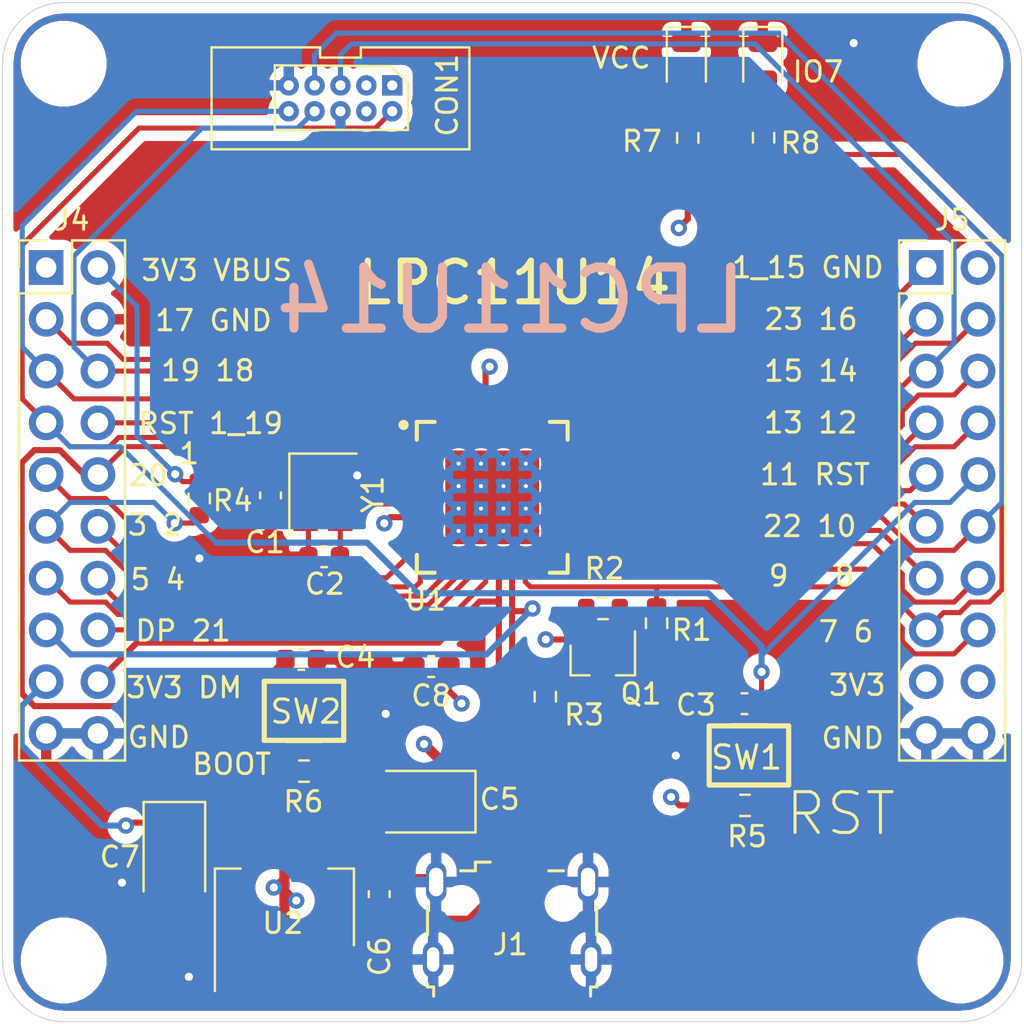
<source format=kicad_pcb>
(kicad_pcb (version 20171130) (host pcbnew "(5.1.12-1-10_14)")
  (layers (0 F.Cu signal) (1 GND signal) (2 PWR signal) (31 B.Cu signal) (34 B.Paste user) (35 F.Paste user) (36 B.SilkS user) (37 F.SilkS user) (38 B.Mask user) (39 F.Mask user) (44 Edge.Cuts user))
  (net 0 "")
  (net 1 PIO0_19)
  (net 2 PIO0_18)
  (net 3 PIO0_17)
  (net 4 PIO0_23)
  (net 5 PIO0_16)
  (net 6 PIO0_15)
  (net 7 PIO0_14)
  (net 8 PIO0_13)
  (net 9 PIO0_12)
  (net 10 PIO0_11)
  (net 11 PIO0_22)
  (net 12 PIO0_10)
  (net 13 PIO0_9)
  (net 14 PIO0_8)
  (net 15 PIO0_7)
  (net 16 PIO0_6)
  (net 17 USB_DP)
  (net 18 USB_DM)
  (net 19 PIO0_5)
  (net 20 PIO0_4)
  (net 21 PIO0_3)
  (net 22 PIO0_2)
  (net 23 PIO0_20)
  (net 24 PIO0_1)
  (net 25 PIO0_0)
  (net 26 PIO1_19)
  (net 27 GND)
  (net 28 +3V3)
  (net 29 VBUS)
  (net 30 "Net-(Q1-Pad1)")
  (net 31 "Net-(Q1-Pad3)")
  (net 32 "Net-(C1-Pad2)")
  (net 33 "Net-(C2-Pad2)")
  (net 34 "Net-(D1-Pad2)")
  (net 35 "Net-(D2-Pad2)")
  (net 36 PIO1_15)
  (net 37 PIO0_21)
  (module mybays_connector:USB_Micro-B_Wuerth_629105150521_CircularHoles (layer F.Cu) (at 125 105)
    (fp_text reference J1 (at -0.09 1.22) (layer F.SilkS))
    (fp_text value microusb)
    (pad "" np_thru_hole circle (at 2.5 -0.8) (size 0.8 0.8) (drill 0.8) (layers *.Cu *.Mask))
    (pad "" np_thru_hole circle (at -2.5 -0.8) (size 0.8 0.8) (drill 0.8) (layers *.Cu *.Mask))
    (pad 0 thru_hole oval (at 3.875 1.95) (size 1 1.8) (drill oval 0.6 1.2) (layers *.Cu *.Mask) (net 27 GND))
    (pad 0 thru_hole oval (at -3.875 1.95) (size 1 1.8) (drill oval 0.6 1.2) (layers *.Cu *.Mask) (net 27 GND))
    (pad 0 thru_hole oval (at 3.725 -1.85) (size 1 2) (drill oval 0.7 1.4) (layers *.Cu *.Mask) (net 27 GND))
    (pad 0 thru_hole oval (at -3.725 -1.85) (size 1 2) (drill oval 0.7 1.4) (layers *.Cu *.Mask) (net 27 GND))
    (pad 5 smd rect (at 1.3 -1.9) (size 0.45 1.3) (layers F.Cu F.Paste F.Mask) (net 27 GND))
    (pad 4 smd rect (at 0.65 -1.9) (size 0.45 1.3) (layers F.Cu F.Paste F.Mask))
    (pad 3 smd rect (at 0 -1.9) (size 0.45 1.3) (layers F.Cu F.Paste F.Mask) (net 17 USB_DP))
    (pad 2 smd rect (at -0.65 -1.9) (size 0.45 1.3) (layers F.Cu F.Paste F.Mask) (net 18 USB_DM))
    (pad 1 smd rect (at -1.3 -1.9) (size 0.45 1.3) (layers F.Cu F.Paste F.Mask) (net 29 VBUS))
  )
  (module MountingHole:MountingHole_3.2mm_M3_ISO7380 (layer F.Cu) (at 147 107)
    (fp_text reference H4 (at 0.07 0.03) (layer F.SilkS))
    (fp_text value MountingHole)
    (pad 1 np_thru_hole circle (at 0 0) (size 3.2 3.2) (drill 3.2) (layers *.Cu *.Mask))
  )
  (module MountingHole:MountingHole_3.2mm_M3_ISO7380 (layer F.Cu) (at 147 63)
    (fp_text reference H3 (at -0.05 0) (layer F.SilkS))
    (fp_text value MountingHole)
    (pad 1 np_thru_hole circle (at 0 0) (size 3.2 3.2) (drill 3.2) (layers *.Cu *.Mask))
  )
  (module MountingHole:MountingHole_3.2mm_M3_ISO7380 (layer F.Cu) (at 103 107)
    (fp_text reference H2 (at -0.03 0.13) (layer F.SilkS))
    (fp_text value MountingHole)
    (pad 1 np_thru_hole circle (at 0 0) (size 3.2 3.2) (drill 3.2) (layers *.Cu *.Mask))
  )
  (module MountingHole:MountingHole_3.2mm_M3_ISO7380 (layer F.Cu) (at 103 63)
    (fp_text reference H1 (at -0.05 0.1) (layer F.SilkS))
    (fp_text value MountingHole)
    (pad 1 np_thru_hole circle (at 0 0) (size 3.2 3.2) (drill 3.2) (layers *.Cu *.Mask))
  )
  (module Connector_PinHeader_2.54mm:PinHeader_2x10_P2.54mm_Vertical (layer F.Cu) (at 145.32 73)
    (fp_text reference J5 (at 1.27 -2.33) (layer F.SilkS))
    (fp_text value Conn_02x10_Odd_Even)
    (pad 20 thru_hole oval (at 2.54 22.86) (size 1.7 1.7) (drill 1) (layers *.Cu *.Mask) (net 27 GND))
    (pad 19 thru_hole oval (at 0 22.86) (size 1.7 1.7) (drill 1) (layers *.Cu *.Mask) (net 27 GND))
    (pad 18 thru_hole oval (at 2.54 20.32) (size 1.7 1.7) (drill 1) (layers *.Cu *.Mask) (net 28 +3V3))
    (pad 17 thru_hole oval (at 0 20.32) (size 1.7 1.7) (drill 1) (layers *.Cu *.Mask) (net 28 +3V3))
    (pad 16 thru_hole oval (at 2.54 17.78) (size 1.7 1.7) (drill 1) (layers *.Cu *.Mask) (net 16 PIO0_6))
    (pad 15 thru_hole oval (at 0 17.78) (size 1.7 1.7) (drill 1) (layers *.Cu *.Mask) (net 15 PIO0_7))
    (pad 14 thru_hole oval (at 2.54 15.24) (size 1.7 1.7) (drill 1) (layers *.Cu *.Mask) (net 14 PIO0_8))
    (pad 13 thru_hole oval (at 0 15.24) (size 1.7 1.7) (drill 1) (layers *.Cu *.Mask) (net 13 PIO0_9))
    (pad 12 thru_hole oval (at 2.54 12.7) (size 1.7 1.7) (drill 1) (layers *.Cu *.Mask) (net 12 PIO0_10))
    (pad 11 thru_hole oval (at 0 12.7) (size 1.7 1.7) (drill 1) (layers *.Cu *.Mask) (net 11 PIO0_22))
    (pad 10 thru_hole oval (at 2.54 10.16) (size 1.7 1.7) (drill 1) (layers *.Cu *.Mask) (net 25 PIO0_0))
    (pad 9 thru_hole oval (at 0 10.16) (size 1.7 1.7) (drill 1) (layers *.Cu *.Mask) (net 10 PIO0_11))
    (pad 8 thru_hole oval (at 2.54 7.62) (size 1.7 1.7) (drill 1) (layers *.Cu *.Mask) (net 9 PIO0_12))
    (pad 7 thru_hole oval (at 0 7.62) (size 1.7 1.7) (drill 1) (layers *.Cu *.Mask) (net 8 PIO0_13))
    (pad 6 thru_hole oval (at 2.54 5.08) (size 1.7 1.7) (drill 1) (layers *.Cu *.Mask) (net 7 PIO0_14))
    (pad 5 thru_hole oval (at 0 5.08) (size 1.7 1.7) (drill 1) (layers *.Cu *.Mask) (net 6 PIO0_15))
    (pad 4 thru_hole oval (at 2.54 2.54) (size 1.7 1.7) (drill 1) (layers *.Cu *.Mask) (net 5 PIO0_16))
    (pad 3 thru_hole oval (at 0 2.54) (size 1.7 1.7) (drill 1) (layers *.Cu *.Mask) (net 4 PIO0_23))
    (pad 2 thru_hole oval (at 2.54 0) (size 1.7 1.7) (drill 1) (layers *.Cu *.Mask) (net 27 GND))
    (pad 1 thru_hole rect (at 0 0) (size 1.7 1.7) (drill 1) (layers *.Cu *.Mask) (net 36 PIO1_15))
  )
  (module Connector_PinHeader_2.54mm:PinHeader_2x10_P2.54mm_Vertical (layer F.Cu) (at 102.14 73)
    (fp_text reference J4 (at 1.27 -2.33) (layer F.SilkS))
    (fp_text value Conn_02x10_Odd_Even)
    (pad 20 thru_hole oval (at 2.54 22.86) (size 1.7 1.7) (drill 1) (layers *.Cu *.Mask) (net 27 GND))
    (pad 19 thru_hole oval (at 0 22.86) (size 1.7 1.7) (drill 1) (layers *.Cu *.Mask) (net 27 GND))
    (pad 18 thru_hole oval (at 2.54 20.32) (size 1.7 1.7) (drill 1) (layers *.Cu *.Mask) (net 18 USB_DM))
    (pad 17 thru_hole oval (at 0 20.32) (size 1.7 1.7) (drill 1) (layers *.Cu *.Mask) (net 28 +3V3))
    (pad 16 thru_hole oval (at 2.54 17.78) (size 1.7 1.7) (drill 1) (layers *.Cu *.Mask) (net 37 PIO0_21))
    (pad 15 thru_hole oval (at 0 17.78) (size 1.7 1.7) (drill 1) (layers *.Cu *.Mask) (net 17 USB_DP))
    (pad 14 thru_hole oval (at 2.54 15.24) (size 1.7 1.7) (drill 1) (layers *.Cu *.Mask) (net 20 PIO0_4))
    (pad 13 thru_hole oval (at 0 15.24) (size 1.7 1.7) (drill 1) (layers *.Cu *.Mask) (net 19 PIO0_5))
    (pad 12 thru_hole oval (at 2.54 12.7) (size 1.7 1.7) (drill 1) (layers *.Cu *.Mask) (net 22 PIO0_2))
    (pad 11 thru_hole oval (at 0 12.7) (size 1.7 1.7) (drill 1) (layers *.Cu *.Mask) (net 21 PIO0_3))
    (pad 10 thru_hole oval (at 2.54 10.16) (size 1.7 1.7) (drill 1) (layers *.Cu *.Mask) (net 24 PIO0_1))
    (pad 9 thru_hole oval (at 0 10.16) (size 1.7 1.7) (drill 1) (layers *.Cu *.Mask) (net 23 PIO0_20))
    (pad 8 thru_hole oval (at 2.54 7.62) (size 1.7 1.7) (drill 1) (layers *.Cu *.Mask) (net 26 PIO1_19))
    (pad 7 thru_hole oval (at 0 7.62) (size 1.7 1.7) (drill 1) (layers *.Cu *.Mask) (net 25 PIO0_0))
    (pad 6 thru_hole oval (at 2.54 5.08) (size 1.7 1.7) (drill 1) (layers *.Cu *.Mask) (net 2 PIO0_18))
    (pad 5 thru_hole oval (at 0 5.08) (size 1.7 1.7) (drill 1) (layers *.Cu *.Mask) (net 1 PIO0_19))
    (pad 4 thru_hole oval (at 2.54 2.54) (size 1.7 1.7) (drill 1) (layers *.Cu *.Mask) (net 27 GND))
    (pad 3 thru_hole oval (at 0 2.54) (size 1.7 1.7) (drill 1) (layers *.Cu *.Mask) (net 3 PIO0_17))
    (pad 2 thru_hole oval (at 2.54 0) (size 1.7 1.7) (drill 1) (layers *.Cu *.Mask) (net 29 VBUS))
    (pad 1 thru_hole rect (at 0 0) (size 1.7 1.7) (drill 1) (layers *.Cu *.Mask) (net 28 +3V3))
  )
  (module Capacitor_Tantalum_SMD:CP_EIA-3528-21_Kemet-B_Pad1.50x2.35mm_HandSolder (layer F.Cu) (at 108.43 101.86 270)
    (fp_text reference C7 (at 0.06 2.68 180) (layer F.SilkS))
    (fp_text value CP)
    (pad 2 smd roundrect (at 1.625 0 270) (size 1.5 2.35) (layers F.Cu F.Paste F.Mask) (roundrect_rratio 0.1666666666666667) (net 27 GND))
    (pad 1 smd roundrect (at -1.625 0 270) (size 1.5 2.35) (layers F.Cu F.Paste F.Mask) (roundrect_rratio 0.1666666666666667) (net 28 +3V3))
  )
  (module Capacitor_Tantalum_SMD:CP_EIA-3528-21_Kemet-B_Pad1.50x2.35mm_HandSolder (layer F.Cu) (at 120.57 99.21 180)
    (fp_text reference C5 (at -3.82 0.12) (layer F.SilkS))
    (fp_text value CP)
    (pad 2 smd roundrect (at 1.625 0 180) (size 1.5 2.35) (layers F.Cu F.Paste F.Mask) (roundrect_rratio 0.1666666666666667) (net 27 GND))
    (pad 1 smd roundrect (at -1.625 0 180) (size 1.5 2.35) (layers F.Cu F.Paste F.Mask) (roundrect_rratio 0.1666666666666667) (net 29 VBUS))
  )
  (module Capacitor_SMD:C_0603_1608Metric_Pad1.08x0.95mm_HandSolder (layer F.Cu) (at 121.03 92.58 180)
    (fp_text reference C8 (at 0 -1.43) (layer F.SilkS))
    (fp_text value C)
    (pad 2 smd roundrect (at 0.8625 0 180) (size 1.075 0.95) (layers F.Cu F.Paste F.Mask) (net 27 GND))
    (pad 1 smd roundrect (at -0.8625 0 180) (size 1.075 0.95) (layers F.Cu F.Paste F.Mask) (net 28 +3V3))
  )
  (module Capacitor_SMD:C_0603_1608Metric_Pad1.08x0.95mm_HandSolder (layer F.Cu) (at 118.48 103.7475 90)
    (fp_text reference C6 (at -3.0525 0.02 90) (layer F.SilkS))
    (fp_text value C)
    (pad 2 smd roundrect (at 0.8625 0 90) (size 1.075 0.95) (layers F.Cu F.Paste F.Mask) (net 27 GND))
    (pad 1 smd roundrect (at -0.8625 0 90) (size 1.075 0.95) (layers F.Cu F.Paste F.Mask) (net 29 VBUS))
  )
  (module Crystal:Crystal_SMD_3225-4Pin_3.2x2.5mm (layer F.Cu) (at 115.72 84.13 270)
    (fp_text reference Y1 (at 0 -2.45 90) (layer F.SilkS))
    (fp_text value 12MHz)
    (pad 4 smd rect (at -1.1 -0.85 270) (size 1.4 1.2) (layers F.Cu F.Paste F.Mask) (net 27 GND))
    (pad 3 smd rect (at 1.1 -0.85 270) (size 1.4 1.2) (layers F.Cu F.Paste F.Mask) (net 33 "Net-(C2-Pad2)"))
    (pad 2 smd rect (at 1.1 0.85 270) (size 1.4 1.2) (layers F.Cu F.Paste F.Mask) (net 27 GND))
    (pad 1 smd rect (at -1.1 0.85 270) (size 1.4 1.2) (layers F.Cu F.Paste F.Mask) (net 32 "Net-(C1-Pad2)"))
  )
  (module Resistor_SMD:R_0603_1608Metric (layer F.Cu) (at 137.34 66.63 270)
    (fp_text reference R8 (at 0.26 -1.81) (layer F.SilkS))
    (fp_text value 3k)
    (pad 2 smd roundrect (at 0.825 0 270) (size 0.8 0.95) (layers F.Cu F.Paste F.Mask) (net 15 PIO0_7))
    (pad 1 smd roundrect (at -0.825 0 270) (size 0.8 0.95) (layers F.Cu F.Paste F.Mask) (net 35 "Net-(D2-Pad2)"))
  )
  (module Resistor_SMD:R_0603_1608Metric (layer F.Cu) (at 133.62 66.64 270)
    (fp_text reference R7 (at 0.17 2.25 180) (layer F.SilkS))
    (fp_text value 3k)
    (pad 2 smd roundrect (at 0.825 0 270) (size 0.8 0.95) (layers F.Cu F.Paste F.Mask) (net 28 +3V3))
    (pad 1 smd roundrect (at -0.825 0 270) (size 0.8 0.95) (layers F.Cu F.Paste F.Mask) (net 34 "Net-(D1-Pad2)"))
  )
  (module LED_SMD:LED_0805_2012Metric (layer F.Cu) (at 137.3 62.88 270)
    (fp_text reference IO7 (at 0.52 -2.71 180) (layer F.SilkS))
    (fp_text value LED)
    (pad 2 smd roundrect (at 0.9375 0 270) (size 0.975 1.4) (layers F.Cu F.Paste F.Mask) (net 35 "Net-(D2-Pad2)"))
    (pad 1 smd roundrect (at -0.9375 0 270) (size 0.975 1.4) (layers F.Cu F.Paste F.Mask) (net 27 GND))
  )
  (module LED_SMD:LED_0805_2012Metric (layer F.Cu) (at 133.55 62.88 270)
    (fp_text reference VCC (at -0.16 3.19 180) (layer F.SilkS))
    (fp_text value LED)
    (pad 2 smd roundrect (at 0.9375 0 270) (size 0.975 1.4) (layers F.Cu F.Paste F.Mask) (net 34 "Net-(D1-Pad2)"))
    (pad 1 smd roundrect (at -0.9375 0 270) (size 0.975 1.4) (layers F.Cu F.Paste F.Mask) (net 27 GND))
  )
  (module mybays_connector:turtlekey (layer F.Cu) (at 114.79 94.75)
    (fp_text reference SW2 (at -1.75 0.04) (layer F.SilkS) (effects (font (size 1.143 1.143) (thickness 0.1524)) (justify left)))
    (fp_text value SW_Push)
    (pad 1 smd rect (at -2.29997 0) (size 0.899998 1.699997) (layers F.Cu F.Paste F.Mask) (net 24 PIO0_1))
    (pad 2 smd rect (at 2.29997 0) (size 0.899998 1.699997) (layers F.Cu F.Paste F.Mask) (net 27 GND))
  )
  (module mybays_connector:turtlekey (layer F.Cu) (at 136.62 96.94 180)
    (fp_text reference SW1 (at -1.73 -0.1) (layer F.SilkS) (effects (font (size 1.143 1.143) (thickness 0.1524)) (justify right)))
    (fp_text value SW_Push)
    (pad 1 smd rect (at -2.29997 0 180) (size 0.899998 1.699997) (layers F.Cu F.Paste F.Mask) (net 25 PIO0_0))
    (pad 2 smd rect (at 2.29997 0 180) (size 0.899998 1.699997) (layers F.Cu F.Paste F.Mask) (net 27 GND))
  )
  (module Resistor_SMD:R_0603_1608Metric (layer F.Cu) (at 114.79 97.71)
    (fp_text reference R6 (at -0.03 1.5) (layer F.SilkS))
    (fp_text value 3k)
    (pad 2 smd roundrect (at 0.825 0) (size 0.8 0.95) (layers F.Cu F.Paste F.Mask) (net 28 +3V3))
    (pad 1 smd roundrect (at -0.825 0) (size 0.8 0.95) (layers F.Cu F.Paste F.Mask) (net 24 PIO0_1))
  )
  (module Resistor_SMD:R_0603_1608Metric (layer F.Cu) (at 136.43 99.39 180)
    (fp_text reference R5 (at -0.1 -1.53) (layer F.SilkS))
    (fp_text value 3k)
    (pad 2 smd roundrect (at 0.825 0 180) (size 0.8 0.95) (layers F.Cu F.Paste F.Mask) (net 28 +3V3))
    (pad 1 smd roundrect (at -0.825 0 180) (size 0.8 0.95) (layers F.Cu F.Paste F.Mask) (net 25 PIO0_0))
  )
  (module Resistor_SMD:R_0603_1608Metric (layer F.Cu) (at 109.65 84.33 90)
    (fp_text reference R4 (at -0.11 1.64 180) (layer F.SilkS))
    (fp_text value 100)
    (pad 2 smd roundrect (at 0.825 0 90) (size 0.8 0.95) (layers F.Cu F.Paste F.Mask) (net 29 VBUS))
    (pad 1 smd roundrect (at -0.825 0 90) (size 0.8 0.95) (layers F.Cu F.Paste F.Mask) (net 21 PIO0_3))
  )
  (module Capacitor_SMD:C_0603_1608Metric (layer F.Cu) (at 114.655 92.23 180)
    (fp_text reference C4 (at -2.66 0.11) (layer F.SilkS))
    (fp_text value 100n)
    (pad 2 smd roundrect (at 0.775 0 180) (size 0.9 0.95) (layers F.Cu F.Paste F.Mask) (net 24 PIO0_1))
    (pad 1 smd roundrect (at -0.775 0 180) (size 0.9 0.95) (layers F.Cu F.Paste F.Mask) (net 27 GND))
  )
  (module Capacitor_SMD:C_0603_1608Metric (layer F.Cu) (at 136.4 94.4)
    (fp_text reference C3 (at -2.38 0.06) (layer F.SilkS))
    (fp_text value 100n)
    (pad 2 smd roundrect (at 0.775 0) (size 0.9 0.95) (layers F.Cu F.Paste F.Mask) (net 25 PIO0_0))
    (pad 1 smd roundrect (at -0.775 0) (size 0.9 0.95) (layers F.Cu F.Paste F.Mask) (net 27 GND))
  )
  (module Capacitor_SMD:C_0603_1608Metric (layer F.Cu) (at 115.78 87.19)
    (fp_text reference C2 (at 0.03 1.34 180) (layer F.SilkS))
    (fp_text value 15p)
    (pad 2 smd roundrect (at 0.775 0) (size 0.9 0.95) (layers F.Cu F.Paste F.Mask) (net 33 "Net-(C2-Pad2)"))
    (pad 1 smd roundrect (at -0.775 0) (size 0.9 0.95) (layers F.Cu F.Paste F.Mask) (net 27 GND))
  )
  (module Capacitor_SMD:C_0603_1608Metric (layer F.Cu) (at 113.15 84.18 90)
    (fp_text reference C1 (at -2.31 -0.27) (layer F.SilkS))
    (fp_text value 15p)
    (pad 2 smd roundrect (at 0.775 0 90) (size 0.9 0.95) (layers F.Cu F.Paste F.Mask) (net 32 "Net-(C1-Pad2)"))
    (pad 1 smd roundrect (at -0.775 0 90) (size 0.9 0.95) (layers F.Cu F.Paste F.Mask) (net 27 GND))
  )
  (module Package_TO_SOT_SMD:SOT-23 (layer F.Cu) (at 129.45 92.25 270)
    (fp_text reference Q1 (at 1.67 -1.87) (layer F.SilkS))
    (fp_text value Q_NPN_BEC)
    (pad 3 smd rect (at 1 0 270) (size 0.9 0.8) (layers F.Cu F.Paste F.Mask) (net 31 "Net-(Q1-Pad3)"))
    (pad 2 smd rect (at -1 0.95 270) (size 0.9 0.8) (layers F.Cu F.Paste F.Mask) (net 28 +3V3))
    (pad 1 smd rect (at -1 -0.95 270) (size 0.9 0.8) (layers F.Cu F.Paste F.Mask) (net 30 "Net-(Q1-Pad1)"))
  )
  (module Resistor_SMD:R_0603_1608Metric (layer F.Cu) (at 126.63 94.06 90)
    (fp_text reference R3 (at -0.89 1.9) (layer F.SilkS))
    (fp_text value 1.5k)
    (pad 2 smd roundrect (at 0.825 0 90) (size 0.8 0.95) (layers F.Cu F.Paste F.Mask) (net 31 "Net-(Q1-Pad3)"))
    (pad 1 smd roundrect (at -0.825 0 90) (size 0.8 0.95) (layers F.Cu F.Paste F.Mask) (net 17 USB_DP))
  )
  (module Resistor_SMD:R_0603_1608Metric (layer F.Cu) (at 129.46 89.73 180)
    (fp_text reference R2 (at -0.07 1.96) (layer F.SilkS))
    (fp_text value 24k)
    (pad 2 smd roundrect (at 0.825 0 180) (size 0.8 0.95) (layers F.Cu F.Paste F.Mask) (net 28 +3V3))
    (pad 1 smd roundrect (at -0.825 0 180) (size 0.8 0.95) (layers F.Cu F.Paste F.Mask) (net 30 "Net-(Q1-Pad1)"))
  )
  (module Resistor_SMD:R_0603_1608Metric (layer F.Cu) (at 132.09 90.45 90)
    (fp_text reference R1 (at -0.34 1.72) (layer F.SilkS))
    (fp_text value 3k)
    (pad 2 smd roundrect (at 0.825 0 90) (size 0.8 0.95) (layers F.Cu F.Paste F.Mask) (net 16 PIO0_6))
    (pad 1 smd roundrect (at -0.825 0 90) (size 0.8 0.95) (layers F.Cu F.Paste F.Mask) (net 30 "Net-(Q1-Pad1)"))
  )
  (module Package_TO_SOT_SMD:SOT-223-3_TabPin2 (layer F.Cu) (at 113.83 104.4 90)
    (fp_text reference U2 (at -0.77 -0.08 180) (layer F.SilkS))
    (fp_text value LM1117-3.3)
    (pad 1 smd rect (at -3.15 -2.3 90) (size 2 1.5) (layers F.Cu F.Paste F.Mask) (net 27 GND))
    (pad 3 smd rect (at -3.15 2.3 90) (size 2 1.5) (layers F.Cu F.Paste F.Mask) (net 29 VBUS))
    (pad 2 smd rect (at -3.15 0 90) (size 2 1.5) (layers F.Cu F.Paste F.Mask) (net 28 +3V3))
    (pad 2 smd rect (at 3.15 0 90) (size 2 3.8) (layers F.Cu F.Paste F.Mask) (net 28 +3V3))
  )
  (module mybays_fpga_cpld:SOT865-1_N (layer F.Cu) (at 120.5 82)
    (fp_text reference U1 (at 0.254558 7.311484) (layer F.SilkS))
    (fp_text value LPC11U14FHN33_201)
    (pad 33 thru_hole circle (at 5.174971 3.924986) (size 0.5 0.5) (drill 0.2) (layers *.Cu) (net 27 GND))
    (pad 33 thru_hole circle (at 4.074897 3.924986) (size 0.5 0.5) (drill 0.2) (layers *.Cu) (net 27 GND))
    (pad 33 thru_hole circle (at 2.975077 3.924986) (size 0.5 0.5) (drill 0.2) (layers *.Cu) (net 27 GND))
    (pad 33 thru_hole circle (at 1.875003 3.924986) (size 0.5 0.5) (drill 0.2) (layers *.Cu) (net 27 GND))
    (pad 33 thru_hole circle (at 5.174971 2.824912) (size 0.5 0.5) (drill 0.2) (layers *.Cu) (net 27 GND))
    (pad 33 thru_hole circle (at 4.074897 2.824912) (size 0.5 0.5) (drill 0.2) (layers *.Cu) (net 27 GND))
    (pad 33 thru_hole circle (at 2.975077 2.824912) (size 0.5 0.5) (drill 0.2) (layers *.Cu) (net 27 GND))
    (pad 33 thru_hole circle (at 1.875003 2.824912) (size 0.5 0.5) (drill 0.2) (layers *.Cu) (net 27 GND))
    (pad 33 thru_hole circle (at 5.174971 1.725092) (size 0.5 0.5) (drill 0.2) (layers *.Cu) (net 27 GND))
    (pad 33 thru_hole circle (at 4.074897 1.725092) (size 0.5 0.5) (drill 0.2) (layers *.Cu) (net 27 GND))
    (pad 33 thru_hole circle (at 2.975077 1.725092) (size 0.5 0.5) (drill 0.2) (layers *.Cu) (net 27 GND))
    (pad 33 thru_hole circle (at 1.875003 1.725092) (size 0.5 0.5) (drill 0.2) (layers *.Cu) (net 27 GND))
    (pad 33 thru_hole circle (at 5.174971 0.625018) (size 0.5 0.5) (drill 0.2) (layers *.Cu) (net 27 GND))
    (pad 33 thru_hole circle (at 4.074897 0.625018) (size 0.5 0.5) (drill 0.2) (layers *.Cu) (net 27 GND))
    (pad 33 thru_hole circle (at 2.975077 0.625018) (size 0.5 0.5) (drill 0.2) (layers *.Cu) (net 27 GND))
    (pad 33 thru_hole circle (at 1.875003 0.625018) (size 0.5 0.5) (drill 0.2) (layers *.Cu) (net 27 GND))
    (pad 33 smd rect (at 3.524987 2.275002) (size 4.600001 4.600001) (layers F.Cu F.Paste F.Mask) (net 27 GND))
    (pad 32 smd oval (at 1.249909 -1.25001) (size 0.299999 0.750001) (layers F.Cu F.Paste F.Mask) (net 1 PIO0_19))
    (pad 31 smd oval (at 1.899895 -1.25001) (size 0.299999 0.750001) (layers F.Cu F.Paste F.Mask) (net 2 PIO0_18))
    (pad 30 smd oval (at 2.549881 -1.25001) (size 0.299999 0.750001) (layers F.Cu F.Paste F.Mask) (net 3 PIO0_17))
    (pad 29 smd oval (at 3.199867 -1.25001) (size 0.299999 0.750001) (layers F.Cu F.Paste F.Mask) (net 28 +3V3))
    (pad 28 smd oval (at 3.850107 -1.25001) (size 0.299999 0.750001) (layers F.Cu F.Paste F.Mask) (net 36 PIO1_15))
    (pad 27 smd oval (at 4.500093 -1.25001) (size 0.299999 0.750001) (layers F.Cu F.Paste F.Mask) (net 4 PIO0_23))
    (pad 26 smd oval (at 5.150079 -1.25001) (size 0.299999 0.750001) (layers F.Cu F.Paste F.Mask) (net 5 PIO0_16))
    (pad 25 smd oval (at 5.800065 -1.25001) (size 0.299999 0.750001) (layers F.Cu F.Paste F.Mask) (net 6 PIO0_15))
    (pad 24 smd oval (at 7.049999 -0.000076 90) (size 0.299999 0.750001) (layers F.Cu F.Paste F.Mask) (net 7 PIO0_14))
    (pad 23 smd oval (at 7.049999 0.64991 90) (size 0.299999 0.750001) (layers F.Cu F.Paste F.Mask) (net 8 PIO0_13))
    (pad 22 smd oval (at 7.049999 1.299896 90) (size 0.299999 0.750001) (layers F.Cu F.Paste F.Mask) (net 9 PIO0_12))
    (pad 21 smd oval (at 7.049999 1.949882 90) (size 0.299999 0.750001) (layers F.Cu F.Paste F.Mask) (net 10 PIO0_11))
    (pad 20 smd oval (at 7.049999 2.600122 90) (size 0.299999 0.750001) (layers F.Cu F.Paste F.Mask) (net 11 PIO0_22))
    (pad 19 smd oval (at 7.049999 3.250108 90) (size 0.299999 0.750001) (layers F.Cu F.Paste F.Mask) (net 12 PIO0_10))
    (pad 18 smd oval (at 7.049999 3.900094 90) (size 0.299999 0.750001) (layers F.Cu F.Paste F.Mask) (net 13 PIO0_9))
    (pad 17 smd oval (at 7.049999 4.55008 90) (size 0.299999 0.750001) (layers F.Cu F.Paste F.Mask) (net 14 PIO0_8))
    (pad 16 smd oval (at 5.800065 5.800014) (size 0.299999 0.750001) (layers F.Cu F.Paste F.Mask) (net 15 PIO0_7))
    (pad 15 smd oval (at 5.150079 5.800014) (size 0.299999 0.750001) (layers F.Cu F.Paste F.Mask) (net 16 PIO0_6))
    (pad 14 smd oval (at 4.500093 5.800014) (size 0.299999 0.750001) (layers F.Cu F.Paste F.Mask) (net 17 USB_DP))
    (pad 13 smd oval (at 3.850107 5.800014) (size 0.299999 0.750001) (layers F.Cu F.Paste F.Mask) (net 18 USB_DM))
    (pad 12 smd oval (at 3.199867 5.800014) (size 0.299999 0.750001) (layers F.Cu F.Paste F.Mask) (net 37 PIO0_21))
    (pad 11 smd oval (at 2.549881 5.800014) (size 0.299999 0.750001) (layers F.Cu F.Paste F.Mask) (net 19 PIO0_5))
    (pad 10 smd oval (at 1.899895 5.800014) (size 0.299999 0.750001) (layers F.Cu F.Paste F.Mask) (net 20 PIO0_4))
    (pad 9 smd oval (at 1.249909 5.800014) (size 0.299999 0.750001) (layers F.Cu F.Paste F.Mask) (net 21 PIO0_3))
    (pad 8 smd oval (at -0.000025 4.55008 90) (size 0.299999 0.750001) (layers F.Cu F.Paste F.Mask) (net 22 PIO0_2))
    (pad 7 smd oval (at -0.000025 3.900094 90) (size 0.299999 0.750001) (layers F.Cu F.Paste F.Mask) (net 23 PIO0_20))
    (pad 6 smd oval (at -0.000025 3.250108 90) (size 0.299999 0.750001) (layers F.Cu F.Paste F.Mask) (net 28 +3V3))
    (pad 5 smd oval (at -0.000025 2.600122 90) (size 0.299999 0.750001) (layers F.Cu F.Paste F.Mask) (net 33 "Net-(C2-Pad2)"))
    (pad 4 smd oval (at -0.000025 1.949882 90) (size 0.299999 0.750001) (layers F.Cu F.Paste F.Mask) (net 32 "Net-(C1-Pad2)"))
    (pad 3 smd oval (at -0.000025 1.299896 90) (size 0.299999 0.750001) (layers F.Cu F.Paste F.Mask) (net 24 PIO0_1))
    (pad 2 smd oval (at -0.000025 0.64991 90) (size 0.299999 0.750001) (layers F.Cu F.Paste F.Mask) (net 25 PIO0_0))
    (pad 1 smd oval (at -0.000025 -0.000076 90) (size 0.299999 0.750001) (layers F.Cu F.Paste F.Mask) (net 26 PIO1_19))
  )
  (module mybays_connector:debugger_2x05_P1.27mm_Vertical (layer F.Cu) (at 116.58 64.7 270)
    (fp_text reference CON1 (at -0.15 -5.24 90) (layer F.SilkS))
    (fp_text value CORTEX-DEBUGGER)
    (pad 9 thru_hole oval (at -0.635 2.54 270) (size 1 1) (drill 0.5) (layers *.Cu *.Mask) (net 27 GND))
    (pad 10 thru_hole oval (at 0.635 2.54 270) (size 1 1) (drill 0.5) (layers *.Cu *.Mask) (net 1 PIO0_19))
    (pad 7 thru_hole oval (at -0.635 1.27 270) (size 1 1) (drill 0.5) (layers *.Cu *.Mask) (net 12 PIO0_10))
    (pad 8 thru_hole oval (at 0.635 1.27 270) (size 1 1) (drill 0.5) (layers *.Cu *.Mask) (net 2 PIO0_18))
    (pad 5 thru_hole oval (at -0.635 0 270) (size 1 1) (drill 0.5) (layers *.Cu *.Mask) (net 6 PIO0_15))
    (pad 6 thru_hole oval (at 0.635 0 270) (size 1 1) (drill 0.5) (layers *.Cu *.Mask) (net 27 GND))
    (pad 3 thru_hole oval (at -0.635 -1.27 270) (size 1 1) (drill 0.5) (layers *.Cu *.Mask) (net 28 +3V3))
    (pad 4 thru_hole oval (at 0.635 -1.27 270) (size 1 1) (drill 0.5) (layers *.Cu *.Mask))
    (pad 2 thru_hole oval (at 0.635 -2.54 270) (size 1 1) (drill 0.5) (layers *.Cu *.Mask) (net 25 PIO0_0))
    (pad 1 thru_hole rect (at -0.635 -2.54 270) (size 1 1) (drill 0.5) (layers *.Cu *.Mask))
  )
  (gr_text 1 (at 109.16 82.13) (layer F.SilkS) (effects (font (size 1 1))))
  (gr_text LPC11U14 (at 125.11 73.75) (layer F.SilkS) (effects (font (size 2 2) (thickness 0.3))))
  (gr_text LPC11U14 (at 124.94 74.61) (layer B.SilkS) (effects (font (size 3 3) (thickness 0.45)) (justify mirror)))
  (gr_text BOOT (at 111.24 97.37) (layer F.SilkS) (effects (font (size 1 1))))
  (gr_text RST (at 141.12 99.8) (layer F.SilkS) (effects (font (size 2 2))))
  (gr_text GND (at 141.71 96.09) (layer F.SilkS) (effects (font (size 1 1))))
  (gr_text 3V3 (at 141.94 93.49) (layer F.SilkS) (effects (font (size 1 1))))
  (gr_text GND (at 107.67 96.05) (layer F.SilkS) (effects (font (size 1 1))))
  (gr_text "3V3 DM" (at 108.91 93.61) (layer F.SilkS) (effects (font (size 1 1))))
  (gr_text "DP 21" (at 108.86 90.83) (layer F.SilkS) (effects (font (size 1 1))))
  (gr_text "5 4" (at 107.62 88.31) (layer F.SilkS) (effects (font (size 1 1))))
  (gr_text "3 2" (at 107.48 85.63) (layer F.SilkS) (effects (font (size 1 1))))
  (gr_text 20 (at 107.15 83.2) (layer F.SilkS) (effects (font (size 1 1))))
  (gr_text "RST 1_19" (at 110.21 80.65) (layer F.SilkS) (effects (font (size 1 1))))
  (gr_text "19 18" (at 110.07 78.06) (layer F.SilkS) (effects (font (size 1 1))))
  (gr_text "17 GND" (at 110.35 75.6) (layer F.SilkS) (effects (font (size 1 1))))
  (gr_text "3V3 VBUS" (at 110.51 73.14) (layer F.SilkS) (effects (font (size 1 1))))
  (gr_text "7 6" (at 141.38 90.87) (layer F.SilkS) (effects (font (size 1 1))))
  (gr_text "9   8" (at 139.7 88.13) (layer F.SilkS) (effects (font (size 1 1))))
  (gr_text "22 10" (at 139.6 85.7) (layer F.SilkS) (effects (font (size 1 1))))
  (gr_text "11 RST" (at 139.86 83.16) (layer F.SilkS) (effects (font (size 1 1))))
  (gr_text "13 12" (at 139.65 80.62) (layer F.SilkS) (effects (font (size 1 1))))
  (gr_text "15 14" (at 139.66 78.08) (layer F.SilkS) (effects (font (size 1 1))))
  (gr_text "23 16" (at 139.66 75.54) (layer F.SilkS) (effects (font (size 1 1))))
  (gr_text "1_15 GND" (at 139.51 73) (layer F.SilkS) (effects (font (size 1 1))))
  (gr_arc (start 103 63) (end 103 60) (angle -90) (layer Edge.Cuts) (width 0.05))
  (gr_arc (start 147 107) (end 147 110) (angle -90) (layer Edge.Cuts) (width 0.05))
  (gr_arc (start 103 107) (end 100 107) (angle -90) (layer Edge.Cuts) (width 0.05))
  (gr_arc (start 147 63) (end 150 63) (angle -90) (layer Edge.Cuts) (width 0.05))
  (gr_line (start 150 63) (end 150 107) (layer Edge.Cuts) (width 0.05))
  (gr_line (start 103 60) (end 147 60) (layer Edge.Cuts) (width 0.05))
  (gr_line (start 100 107) (end 100 63) (layer Edge.Cuts) (width 0.05))
  (gr_line (start 147 110) (end 103 110) (layer Edge.Cuts) (width 0.05))
  (segment (start 103.504999 79.444999) (end 102.14 78.08) (width 0.25) (layer F.Cu) (net 1))
  (segment (start 116.779231 79.444999) (end 103.504999 79.444999) (width 0.25) (layer F.Cu) (net 1))
  (segment (start 118.084222 80.74999) (end 116.779231 79.444999) (width 0.25) (layer F.Cu) (net 1))
  (segment (start 121.749909 80.74999) (end 118.084222 80.74999) (width 0.25) (layer F.Cu) (net 1))
  (segment (start 100.964999 76.904999) (end 102.14 78.08) (width 0.25) (layer B.Cu) (net 1))
  (segment (start 100.964999 70.945001) (end 100.964999 76.904999) (width 0.25) (layer B.Cu) (net 1))
  (segment (start 106.575 65.335) (end 100.964999 70.945001) (width 0.25) (layer B.Cu) (net 1))
  (segment (start 114.04 65.335) (end 106.575 65.335) (width 0.25) (layer B.Cu) (net 1))
  (segment (start 122.399895 80.503211) (end 119.976684 78.08) (width 0.25) (layer F.Cu) (net 2))
  (segment (start 119.976684 78.08) (end 104.68 78.08) (width 0.25) (layer F.Cu) (net 2))
  (segment (start 122.399895 80.74999) (end 122.399895 80.503211) (width 0.25) (layer F.Cu) (net 2))
  (segment (start 103.504999 72.435999) (end 103.504999 76.904999) (width 0.25) (layer B.Cu) (net 2))
  (segment (start 103.504999 76.904999) (end 104.68 78.08) (width 0.25) (layer B.Cu) (net 2))
  (segment (start 109.780997 66.160001) (end 103.504999 72.435999) (width 0.25) (layer B.Cu) (net 2))
  (segment (start 114.484999 66.160001) (end 109.780997 66.160001) (width 0.25) (layer B.Cu) (net 2))
  (segment (start 115.31 65.335) (end 114.484999 66.160001) (width 0.25) (layer B.Cu) (net 2))
  (segment (start 123.049881 80.12499) (end 120.434891 77.51) (width 0.25) (layer F.Cu) (net 3))
  (segment (start 123.049881 80.74999) (end 123.049881 80.12499) (width 0.25) (layer F.Cu) (net 3))
  (segment (start 103.315001 76.715001) (end 102.14 75.54) (width 0.25) (layer F.Cu) (net 3))
  (segment (start 105.135001 76.715001) (end 103.315001 76.715001) (width 0.25) (layer F.Cu) (net 3))
  (segment (start 105.93 77.51) (end 105.135001 76.715001) (width 0.25) (layer F.Cu) (net 3))
  (segment (start 120.434891 77.51) (end 105.93 77.51) (width 0.25) (layer F.Cu) (net 3))
  (segment (start 125.000093 80.033497) (end 125.9336 79.09999) (width 0.25) (layer F.Cu) (net 4))
  (segment (start 125.000093 80.74999) (end 125.000093 80.033497) (width 0.25) (layer F.Cu) (net 4))
  (segment (start 125.9336 79.09999) (end 141.61001 79.09999) (width 0.25) (layer F.Cu) (net 4))
  (segment (start 142.45 78.26) (end 142.45 78.25) (width 0.25) (layer F.Cu) (net 4))
  (segment (start 141.61001 79.09999) (end 142.45 78.26) (width 0.25) (layer F.Cu) (net 4))
  (segment (start 145.16 75.54) (end 145.32 75.54) (width 0.25) (layer F.Cu) (net 4))
  (segment (start 142.45 78.25) (end 145.16 75.54) (width 0.25) (layer F.Cu) (net 4))
  (segment (start 125.650079 80.74999) (end 125.650079 80.019921) (width 0.25) (layer F.Cu) (net 5))
  (segment (start 125.650079 80.019921) (end 126.12 79.55) (width 0.25) (layer F.Cu) (net 5))
  (segment (start 126.12 79.55) (end 141.96 79.55) (width 0.25) (layer F.Cu) (net 5))
  (segment (start 146.684999 76.715001) (end 147.86 75.54) (width 0.25) (layer F.Cu) (net 5))
  (segment (start 144.794999 76.715001) (end 146.684999 76.715001) (width 0.25) (layer F.Cu) (net 5))
  (segment (start 141.96 79.55) (end 144.794999 76.715001) (width 0.25) (layer F.Cu) (net 5))
  (segment (start 126.300065 80.74999) (end 142.23001 80.74999) (width 0.25) (layer F.Cu) (net 6))
  (segment (start 144.9 78.08) (end 145.32 78.08) (width 0.25) (layer F.Cu) (net 6))
  (segment (start 142.23001 80.74999) (end 144.9 78.08) (width 0.25) (layer F.Cu) (net 6))
  (segment (start 116.58 64.065) (end 116.58 62.57) (width 0.25) (layer B.Cu) (net 6))
  (segment (start 116.58 62.57) (end 117.12 62.03) (width 0.25) (layer B.Cu) (net 6))
  (segment (start 117.12 62.03) (end 136.91 62.03) (width 0.25) (layer B.Cu) (net 6))
  (segment (start 146.684999 76.715001) (end 145.32 78.08) (width 0.25) (layer B.Cu) (net 6))
  (segment (start 146.684999 71.804999) (end 146.684999 76.715001) (width 0.25) (layer B.Cu) (net 6))
  (segment (start 136.91 62.03) (end 146.684999 71.804999) (width 0.25) (layer B.Cu) (net 6))
  (segment (start 127.549999 81.999924) (end 142.890076 81.999924) (width 0.25) (layer F.Cu) (net 7))
  (segment (start 146.684999 79.255001) (end 147.86 78.08) (width 0.25) (layer F.Cu) (net 7))
  (segment (start 144.144999 80.055999) (end 144.945997 79.255001) (width 0.25) (layer F.Cu) (net 7))
  (segment (start 144.945997 79.255001) (end 146.684999 79.255001) (width 0.25) (layer F.Cu) (net 7))
  (segment (start 144.144999 80.745001) (end 144.144999 80.055999) (width 0.25) (layer F.Cu) (net 7))
  (segment (start 142.890076 81.999924) (end 144.144999 80.745001) (width 0.25) (layer F.Cu) (net 7))
  (segment (start 127.549999 82.64991) (end 143.28368 82.64991) (width 0.25) (layer F.Cu) (net 8))
  (segment (start 145.31359 80.62) (end 145.32 80.62) (width 0.25) (layer F.Cu) (net 8))
  (segment (start 143.28368 82.64991) (end 145.31359 80.62) (width 0.25) (layer F.Cu) (net 8))
  (segment (start 127.549999 83.299896) (end 143.270104 83.299896) (width 0.25) (layer F.Cu) (net 9))
  (segment (start 146.684999 81.795001) (end 147.86 80.62) (width 0.25) (layer F.Cu) (net 9))
  (segment (start 144.774999 81.795001) (end 146.684999 81.795001) (width 0.25) (layer F.Cu) (net 9))
  (segment (start 143.270104 83.299896) (end 144.774999 81.795001) (width 0.25) (layer F.Cu) (net 9))
  (segment (start 144.530118 83.949882) (end 145.32 83.16) (width 0.25) (layer F.Cu) (net 10))
  (segment (start 127.549999 83.949882) (end 144.530118 83.949882) (width 0.25) (layer F.Cu) (net 10))
  (segment (start 144.220122 84.600122) (end 145.32 85.7) (width 0.25) (layer F.Cu) (net 11))
  (segment (start 127.549999 84.600122) (end 144.220122 84.600122) (width 0.25) (layer F.Cu) (net 11))
  (segment (start 144.755999 86.875001) (end 146.684999 86.875001) (width 0.25) (layer F.Cu) (net 12))
  (segment (start 146.684999 86.875001) (end 147.86 85.7) (width 0.25) (layer F.Cu) (net 12))
  (segment (start 143.131106 85.250108) (end 144.755999 86.875001) (width 0.25) (layer F.Cu) (net 12))
  (segment (start 127.549999 85.250108) (end 143.131106 85.250108) (width 0.25) (layer F.Cu) (net 12))
  (segment (start 149.035001 72.435999) (end 138.099002 61.5) (width 0.25) (layer B.Cu) (net 12))
  (segment (start 149.035001 84.524999) (end 149.035001 72.435999) (width 0.25) (layer B.Cu) (net 12))
  (segment (start 147.86 85.7) (end 149.035001 84.524999) (width 0.25) (layer B.Cu) (net 12))
  (segment (start 138.099002 61.5) (end 116.38 61.5) (width 0.25) (layer B.Cu) (net 12))
  (segment (start 115.31 62.57) (end 115.31 64.065) (width 0.25) (layer B.Cu) (net 12))
  (segment (start 116.38 61.5) (end 115.31 62.57) (width 0.25) (layer B.Cu) (net 12))
  (segment (start 127.549999 85.900094) (end 143.040094 85.900094) (width 0.25) (layer F.Cu) (net 13))
  (segment (start 145.32 88.18) (end 145.32 88.24) (width 0.25) (layer F.Cu) (net 13))
  (segment (start 143.040094 85.900094) (end 145.32 88.18) (width 0.25) (layer F.Cu) (net 13))
  (segment (start 127.549999 86.55008) (end 142.65008 86.55008) (width 0.25) (layer F.Cu) (net 14))
  (segment (start 144.755999 89.415001) (end 146.684999 89.415001) (width 0.25) (layer F.Cu) (net 14))
  (segment (start 144.144999 88.804001) (end 144.755999 89.415001) (width 0.25) (layer F.Cu) (net 14))
  (segment (start 144.144999 88.044999) (end 144.144999 88.804001) (width 0.25) (layer F.Cu) (net 14))
  (segment (start 146.684999 89.415001) (end 147.86 88.24) (width 0.25) (layer F.Cu) (net 14))
  (segment (start 142.65008 86.55008) (end 144.144999 88.044999) (width 0.25) (layer F.Cu) (net 14))
  (segment (start 142.340014 87.800014) (end 145.32 90.78) (width 0.25) (layer F.Cu) (net 15))
  (segment (start 126.300065 87.800014) (end 142.340014 87.800014) (width 0.25) (layer F.Cu) (net 15))
  (segment (start 144.054002 67.455) (end 137.34 67.455) (width 0.25) (layer F.Cu) (net 15))
  (segment (start 149.035001 72.435999) (end 144.054002 67.455) (width 0.25) (layer F.Cu) (net 15))
  (segment (start 148.424001 89.415001) (end 149.035001 88.804001) (width 0.25) (layer F.Cu) (net 15))
  (segment (start 147.485997 89.415001) (end 148.424001 89.415001) (width 0.25) (layer F.Cu) (net 15))
  (segment (start 149.035001 88.804001) (end 149.035001 72.435999) (width 0.25) (layer F.Cu) (net 15))
  (segment (start 146.970997 89.930001) (end 147.485997 89.415001) (width 0.25) (layer F.Cu) (net 15))
  (segment (start 146.169999 89.930001) (end 146.970997 89.930001) (width 0.25) (layer F.Cu) (net 15))
  (segment (start 145.32 90.78) (end 146.169999 89.930001) (width 0.25) (layer F.Cu) (net 15))
  (segment (start 125.650079 88.425014) (end 125.895065 88.67) (width 0.25) (layer F.Cu) (net 16))
  (segment (start 125.650079 87.800014) (end 125.650079 88.425014) (width 0.25) (layer F.Cu) (net 16))
  (segment (start 146.684999 91.955001) (end 147.86 90.78) (width 0.25) (layer F.Cu) (net 16))
  (segment (start 144.144999 91.344001) (end 144.755999 91.955001) (width 0.25) (layer F.Cu) (net 16))
  (segment (start 144.144999 90.684999) (end 144.144999 91.344001) (width 0.25) (layer F.Cu) (net 16))
  (segment (start 144.755999 91.955001) (end 146.684999 91.955001) (width 0.25) (layer F.Cu) (net 16))
  (segment (start 142.13 88.67) (end 144.144999 90.684999) (width 0.25) (layer F.Cu) (net 16))
  (segment (start 132.09 89.625) (end 132.09 88.75) (width 0.25) (layer F.Cu) (net 16))
  (segment (start 132.17 88.67) (end 142.13 88.67) (width 0.25) (layer F.Cu) (net 16))
  (segment (start 132.09 88.75) (end 132.17 88.67) (width 0.25) (layer F.Cu) (net 16))
  (segment (start 125.895065 88.67) (end 132.17 88.67) (width 0.25) (layer F.Cu) (net 16))
  (segment (start 125.000093 103.099907) (end 125 103.1) (width 0.3) (layer F.Cu) (net 17))
  (segment (start 125.105 94.885) (end 125.000093 94.989907) (width 0.25) (layer F.Cu) (net 17))
  (segment (start 126.63 94.885) (end 125.105 94.885) (width 0.25) (layer F.Cu) (net 17))
  (segment (start 125.000093 94.989907) (end 125.000093 103.099907) (width 0.3) (layer F.Cu) (net 17))
  (via (at 126 89.73) (size 0.8) (drill 0.4) (layers F.Cu B.Cu) (net 17))
  (segment (start 125.870093 89.859907) (end 126 89.73) (width 0.3) (layer F.Cu) (net 17))
  (segment (start 125.000093 89.859907) (end 125.870093 89.859907) (width 0.3) (layer F.Cu) (net 17))
  (segment (start 125.000093 87.800014) (end 125.000093 89.859907) (width 0.3) (layer F.Cu) (net 17))
  (segment (start 125.000093 89.859907) (end 125.000093 94.989907) (width 0.3) (layer F.Cu) (net 17))
  (segment (start 103.340001 91.980001) (end 102.14 90.78) (width 0.3) (layer B.Cu) (net 17))
  (segment (start 123.749999 91.980001) (end 103.340001 91.980001) (width 0.3) (layer B.Cu) (net 17))
  (segment (start 126 89.73) (end 123.749999 91.980001) (width 0.3) (layer B.Cu) (net 17))
  (segment (start 124.350107 103.099893) (end 124.35 103.1) (width 0.3) (layer F.Cu) (net 18))
  (segment (start 106.59501 91.40499) (end 104.68 93.32) (width 0.3) (layer F.Cu) (net 18))
  (segment (start 121.391655 91.40499) (end 106.59501 91.40499) (width 0.3) (layer F.Cu) (net 18))
  (segment (start 123.406752 89.389893) (end 121.391655 91.40499) (width 0.3) (layer F.Cu) (net 18))
  (segment (start 124.350107 89.389893) (end 123.406752 89.389893) (width 0.3) (layer F.Cu) (net 18))
  (segment (start 124.350107 87.800014) (end 124.350107 89.389893) (width 0.3) (layer F.Cu) (net 18))
  (segment (start 124.350107 89.389893) (end 124.350107 103.099893) (width 0.3) (layer F.Cu) (net 18))
  (segment (start 123.049881 88.046793) (end 121.076674 90.02) (width 0.25) (layer F.Cu) (net 19))
  (segment (start 123.049881 87.800014) (end 123.049881 88.046793) (width 0.25) (layer F.Cu) (net 19))
  (segment (start 103.315001 89.415001) (end 102.14 88.24) (width 0.25) (layer F.Cu) (net 19))
  (segment (start 105.054003 89.415001) (end 103.315001 89.415001) (width 0.25) (layer F.Cu) (net 19))
  (segment (start 105.659002 90.02) (end 105.054003 89.415001) (width 0.25) (layer F.Cu) (net 19))
  (segment (start 121.076674 90.02) (end 105.659002 90.02) (width 0.25) (layer F.Cu) (net 19))
  (segment (start 122.399895 88.046793) (end 120.876698 89.56999) (width 0.25) (layer F.Cu) (net 20))
  (segment (start 122.399895 87.800014) (end 122.399895 88.046793) (width 0.25) (layer F.Cu) (net 20))
  (segment (start 104.68 88.404588) (end 104.68 88.24) (width 0.25) (layer F.Cu) (net 20))
  (segment (start 105.845402 89.56999) (end 104.68 88.404588) (width 0.25) (layer F.Cu) (net 20))
  (segment (start 120.876698 89.56999) (end 105.845402 89.56999) (width 0.25) (layer F.Cu) (net 20))
  (segment (start 121.749909 87.800014) (end 121.749909 88.060369) (width 0.25) (layer F.Cu) (net 21))
  (segment (start 121.749909 88.060369) (end 120.690298 89.11998) (width 0.25) (layer F.Cu) (net 21))
  (segment (start 120.690298 89.11998) (end 106.56 89.11998) (width 0.25) (layer F.Cu) (net 21))
  (segment (start 103.315001 86.875001) (end 102.14 85.7) (width 0.25) (layer F.Cu) (net 21))
  (segment (start 105.054003 86.875001) (end 103.315001 86.875001) (width 0.25) (layer F.Cu) (net 21))
  (segment (start 106.56 88.380998) (end 105.054003 86.875001) (width 0.25) (layer F.Cu) (net 21))
  (segment (start 106.56 89.11998) (end 106.56 88.380998) (width 0.25) (layer F.Cu) (net 21))
  (segment (start 109.65 85.155) (end 109.65 85.25) (width 0.25) (layer F.Cu) (net 21))
  (segment (start 109.36 85.54) (end 108.45 85.54) (width 0.25) (layer F.Cu) (net 21))
  (via (at 108.45 85.54) (size 0.8) (drill 0.4) (layers F.Cu B.Cu) (net 21))
  (segment (start 109.65 85.25) (end 109.36 85.54) (width 0.25) (layer F.Cu) (net 21))
  (segment (start 103.315001 84.524999) (end 102.14 85.7) (width 0.25) (layer B.Cu) (net 21))
  (segment (start 107.434999 84.524999) (end 103.315001 84.524999) (width 0.25) (layer B.Cu) (net 21))
  (segment (start 108.45 85.54) (end 107.434999 84.524999) (width 0.25) (layer B.Cu) (net 21))
  (segment (start 120.499975 86.55008) (end 120.499975 88.419995) (width 0.25) (layer F.Cu) (net 22))
  (segment (start 120.499975 88.419995) (end 120.25 88.66997) (width 0.25) (layer F.Cu) (net 22))
  (segment (start 120.25 88.66997) (end 107.36997 88.66997) (width 0.25) (layer F.Cu) (net 22))
  (segment (start 107.01001 88.03001) (end 104.68 85.7) (width 0.25) (layer F.Cu) (net 22))
  (segment (start 107.01001 88.31001) (end 107.01001 88.03001) (width 0.25) (layer F.Cu) (net 22))
  (segment (start 107.36997 88.66997) (end 107.01001 88.31001) (width 0.25) (layer F.Cu) (net 22))
  (segment (start 119.874975 85.900094) (end 119.71 86.065069) (width 0.25) (layer F.Cu) (net 23))
  (segment (start 120.499975 85.900094) (end 119.874975 85.900094) (width 0.25) (layer F.Cu) (net 23))
  (segment (start 119.71 86.065069) (end 119.71 87.35) (width 0.25) (layer F.Cu) (net 23))
  (segment (start 119.71 87.35) (end 118.84004 88.21996) (width 0.25) (layer F.Cu) (net 23))
  (segment (start 118.84004 88.21996) (end 107.79 88.21996) (width 0.25) (layer F.Cu) (net 23))
  (segment (start 105.054003 84.335001) (end 103.315001 84.335001) (width 0.25) (layer F.Cu) (net 23))
  (segment (start 107.79 87.070998) (end 105.054003 84.335001) (width 0.25) (layer F.Cu) (net 23))
  (segment (start 103.315001 84.335001) (end 102.14 83.16) (width 0.25) (layer F.Cu) (net 23))
  (segment (start 107.79 88.21996) (end 107.79 87.070998) (width 0.25) (layer F.Cu) (net 23))
  (segment (start 118.724898 83.299896) (end 117.215002 81.79) (width 0.25) (layer F.Cu) (net 24))
  (segment (start 120.499975 83.299896) (end 118.724898 83.299896) (width 0.25) (layer F.Cu) (net 24))
  (segment (start 106.05 81.79) (end 104.68 83.16) (width 0.25) (layer F.Cu) (net 24))
  (segment (start 117.215002 81.79) (end 106.05 81.79) (width 0.25) (layer F.Cu) (net 24))
  (segment (start 112.49003 93.61997) (end 113.88 92.23) (width 0.25) (layer F.Cu) (net 24))
  (segment (start 112.49003 94.75) (end 112.49003 93.61997) (width 0.25) (layer F.Cu) (net 24))
  (segment (start 113.965 96.22497) (end 112.49003 94.75) (width 0.25) (layer F.Cu) (net 24))
  (segment (start 113.965 97.71) (end 113.965 96.22497) (width 0.25) (layer F.Cu) (net 24))
  (segment (start 102.808235 81.959999) (end 104.008236 83.16) (width 0.3) (layer F.Cu) (net 24))
  (segment (start 100.939999 82.583999) (end 101.563999 81.959999) (width 0.3) (layer F.Cu) (net 24))
  (segment (start 104.008236 83.16) (end 104.68 83.16) (width 0.3) (layer F.Cu) (net 24))
  (segment (start 100.939999 93.896001) (end 100.939999 82.583999) (width 0.3) (layer F.Cu) (net 24))
  (segment (start 101.563999 94.520001) (end 100.939999 93.896001) (width 0.3) (layer F.Cu) (net 24))
  (segment (start 101.563999 81.959999) (end 102.808235 81.959999) (width 0.3) (layer F.Cu) (net 24))
  (segment (start 111.589999 94.520001) (end 101.563999 94.520001) (width 0.3) (layer F.Cu) (net 24))
  (segment (start 113.88 92.23) (end 111.589999 94.520001) (width 0.3) (layer F.Cu) (net 24))
  (segment (start 120.499975 82.64991) (end 118.711322 82.64991) (width 0.25) (layer F.Cu) (net 25))
  (segment (start 103.315001 81.795001) (end 102.14 80.62) (width 0.25) (layer F.Cu) (net 25))
  (segment (start 105.244001 81.795001) (end 103.315001 81.795001) (width 0.25) (layer F.Cu) (net 25))
  (segment (start 117.401402 81.33999) (end 105.699012 81.33999) (width 0.25) (layer F.Cu) (net 25))
  (segment (start 105.699012 81.33999) (end 105.244001 81.795001) (width 0.25) (layer F.Cu) (net 25))
  (segment (start 118.711322 82.64991) (end 117.401402 81.33999) (width 0.25) (layer F.Cu) (net 25))
  (segment (start 138.91997 96.14497) (end 137.175 94.4) (width 0.25) (layer F.Cu) (net 25))
  (segment (start 138.91997 96.94) (end 138.91997 96.14497) (width 0.25) (layer F.Cu) (net 25))
  (segment (start 137.255 98.60497) (end 138.91997 96.94) (width 0.25) (layer F.Cu) (net 25))
  (segment (start 137.255 99.39) (end 137.255 98.60497) (width 0.25) (layer F.Cu) (net 25))
  (via (at 137.24 92.84) (size 0.8) (drill 0.4) (layers F.Cu B.Cu) (net 25))
  (segment (start 137.24 92.040998) (end 137.24 92.84) (width 0.25) (layer B.Cu) (net 25))
  (segment (start 146.495001 84.524999) (end 144.755999 84.524999) (width 0.25) (layer B.Cu) (net 25))
  (segment (start 147.86 83.16) (end 146.495001 84.524999) (width 0.25) (layer B.Cu) (net 25))
  (segment (start 137.24 94.335) (end 137.175 94.4) (width 0.25) (layer F.Cu) (net 25))
  (segment (start 137.24 92.84) (end 137.24 94.335) (width 0.25) (layer F.Cu) (net 25))
  (segment (start 103.315001 81.795001) (end 102.14 80.62) (width 0.25) (layer B.Cu) (net 25))
  (segment (start 105.778003 81.795001) (end 103.315001 81.795001) (width 0.25) (layer B.Cu) (net 25))
  (segment (start 110.482989 86.499987) (end 105.778003 81.795001) (width 0.25) (layer B.Cu) (net 25))
  (segment (start 144.170499 85.110499) (end 142.781011 86.499987) (width 0.25) (layer B.Cu) (net 25))
  (segment (start 144.755999 84.524999) (end 144.170499 85.110499) (width 0.25) (layer B.Cu) (net 25))
  (segment (start 144.170499 85.110499) (end 137.24 92.040998) (width 0.25) (layer B.Cu) (net 25))
  (segment (start 100.964999 79.444999) (end 102.14 80.62) (width 0.25) (layer F.Cu) (net 25))
  (segment (start 106.694997 66.160001) (end 100.964999 71.889999) (width 0.25) (layer F.Cu) (net 25))
  (segment (start 118.294999 66.160001) (end 106.694997 66.160001) (width 0.25) (layer F.Cu) (net 25))
  (segment (start 100.964999 71.889999) (end 100.964999 79.444999) (width 0.25) (layer F.Cu) (net 25))
  (segment (start 119.12 65.335) (end 118.294999 66.160001) (width 0.25) (layer F.Cu) (net 25))
  (segment (start 110.482989 86.499987) (end 117.889987 86.499987) (width 0.3) (layer B.Cu) (net 25))
  (segment (start 120.369999 88.979999) (end 134.629999 88.979999) (width 0.3) (layer B.Cu) (net 25))
  (segment (start 117.889987 86.499987) (end 120.369999 88.979999) (width 0.3) (layer B.Cu) (net 25))
  (segment (start 137.24 91.59) (end 137.24 92.84) (width 0.3) (layer B.Cu) (net 25))
  (segment (start 134.629999 88.979999) (end 137.24 91.59) (width 0.3) (layer B.Cu) (net 25))
  (segment (start 120.499975 81.999924) (end 119.099924 81.999924) (width 0.25) (layer F.Cu) (net 26))
  (segment (start 117.317822 80.62) (end 104.68 80.62) (width 0.25) (layer F.Cu) (net 26))
  (segment (start 118.097822 81.4) (end 117.317822 80.62) (width 0.25) (layer F.Cu) (net 26))
  (segment (start 118.5 81.4) (end 118.097822 81.4) (width 0.25) (layer F.Cu) (net 26))
  (segment (start 119.099924 81.999924) (end 118.5 81.4) (width 0.25) (layer F.Cu) (net 26))
  (segment (start 115.005 85.365) (end 114.87 85.23) (width 0.25) (layer F.Cu) (net 27))
  (segment (start 115.005 87.19) (end 115.005 85.365) (width 0.25) (layer F.Cu) (net 27))
  (segment (start 114.595 84.955) (end 114.87 85.23) (width 0.25) (layer F.Cu) (net 27))
  (segment (start 113.15 84.955) (end 114.595 84.955) (width 0.25) (layer F.Cu) (net 27))
  (via (at 117.4 83.2) (size 0.8) (drill 0.4) (layers F.Cu B.Cu) (net 27))
  (segment (start 117.23 83.03) (end 117.4 83.2) (width 0.25) (layer F.Cu) (net 27))
  (segment (start 116.57 83.03) (end 117.23 83.03) (width 0.25) (layer F.Cu) (net 27))
  (segment (start 135.625 95.63503) (end 134.32003 96.94) (width 0.25) (layer F.Cu) (net 27))
  (segment (start 135.625 94.4) (end 135.625 95.63503) (width 0.25) (layer F.Cu) (net 27))
  (segment (start 137.3 61.9425) (end 133.55 61.9425) (width 0.25) (layer F.Cu) (net 27))
  (via (at 109.66 87.27) (size 0.8) (drill 0.4) (layers F.Cu B.Cu) (net 27))
  (segment (start 111.7 85.23) (end 109.66 87.27) (width 0.25) (layer F.Cu) (net 27))
  (segment (start 114.87 85.23) (end 111.7 85.23) (width 0.25) (layer F.Cu) (net 27))
  (segment (start 121.01 102.885) (end 121.275 103.15) (width 0.25) (layer F.Cu) (net 27))
  (segment (start 118.48 102.885) (end 121.01 102.885) (width 0.25) (layer F.Cu) (net 27))
  (segment (start 111.53 106.585) (end 108.43 103.485) (width 0.5) (layer F.Cu) (net 27))
  (segment (start 111.53 107.55) (end 111.53 106.585) (width 0.5) (layer F.Cu) (net 27))
  (segment (start 118.945 102.42) (end 118.48 102.885) (width 0.25) (layer F.Cu) (net 27))
  (segment (start 118.945 99.21) (end 118.945 102.42) (width 0.25) (layer F.Cu) (net 27))
  (segment (start 119.25997 92.58) (end 117.08997 94.75) (width 0.3) (layer F.Cu) (net 27))
  (segment (start 120.1675 92.58) (end 119.25997 92.58) (width 0.3) (layer F.Cu) (net 27))
  (segment (start 115.43 93.09003) (end 117.08997 94.75) (width 0.3) (layer F.Cu) (net 27))
  (segment (start 115.43 92.23) (end 115.43 93.09003) (width 0.3) (layer F.Cu) (net 27))
  (via (at 118.8 94.9) (size 0.8) (drill 0.4) (layers F.Cu B.Cu) (net 27))
  (segment (start 118.65 94.75) (end 118.8 94.9) (width 0.3) (layer F.Cu) (net 27))
  (segment (start 117.08997 94.75) (end 118.65 94.75) (width 0.3) (layer F.Cu) (net 27))
  (via (at 133.03 96.95) (size 0.8) (drill 0.4) (layers F.Cu B.Cu) (net 27))
  (segment (start 133.04 96.94) (end 133.03 96.95) (width 0.3) (layer F.Cu) (net 27))
  (segment (start 134.32003 96.94) (end 133.04 96.94) (width 0.3) (layer F.Cu) (net 27))
  (segment (start 128.675 103.1) (end 128.725 103.15) (width 0.3) (layer F.Cu) (net 27))
  (segment (start 126.3 103.1) (end 128.675 103.1) (width 0.3) (layer F.Cu) (net 27))
  (segment (start 128.875 103.3) (end 128.725 103.15) (width 0.3) (layer F.Cu) (net 27))
  (segment (start 128.875 106.95) (end 128.875 103.3) (width 0.3) (layer F.Cu) (net 27))
  (segment (start 121.125 106.95) (end 128.875 106.95) (width 0.3) (layer F.Cu) (net 27))
  (segment (start 121.125 103.3) (end 121.275 103.15) (width 0.3) (layer B.Cu) (net 27))
  (segment (start 121.125 106.95) (end 121.125 103.3) (width 0.3) (layer B.Cu) (net 27))
  (via (at 109.14 107.8) (size 0.8) (drill 0.4) (layers F.Cu B.Cu) (net 27))
  (segment (start 109.39 107.55) (end 109.14 107.8) (width 0.5) (layer F.Cu) (net 27))
  (segment (start 111.53 107.55) (end 109.39 107.55) (width 0.5) (layer F.Cu) (net 27))
  (segment (start 106.165 103.485) (end 105.86 103.18) (width 0.5) (layer F.Cu) (net 27))
  (via (at 105.86 103.18) (size 0.8) (drill 0.4) (layers F.Cu B.Cu) (net 27))
  (segment (start 108.43 103.485) (end 106.165 103.485) (width 0.5) (layer F.Cu) (net 27))
  (via (at 141.76 61.99) (size 0.8) (drill 0.4) (layers F.Cu B.Cu) (net 27))
  (segment (start 141.7125 61.9425) (end 141.76 61.99) (width 0.3) (layer F.Cu) (net 27))
  (segment (start 137.3 61.9425) (end 141.7125 61.9425) (width 0.3) (layer F.Cu) (net 27))
  (segment (start 128.635 91.115) (end 128.5 91.25) (width 0.25) (layer F.Cu) (net 28))
  (segment (start 128.635 89.73) (end 128.635 91.115) (width 0.25) (layer F.Cu) (net 28))
  (segment (start 112.815 100.235) (end 113.83 101.25) (width 0.5) (layer F.Cu) (net 28))
  (segment (start 108.43 100.235) (end 112.815 100.235) (width 0.5) (layer F.Cu) (net 28))
  (via (at 133.18 71.06) (size 0.8) (drill 0.4) (layers F.Cu B.Cu) (net 28))
  (segment (start 133.62 70.62) (end 133.18 71.06) (width 0.3) (layer F.Cu) (net 28))
  (segment (start 133.62 67.465) (end 133.62 70.62) (width 0.3) (layer F.Cu) (net 28))
  (via (at 118.73 85.55) (size 0.8) (drill 0.4) (layers F.Cu B.Cu) (net 28))
  (segment (start 119.029892 85.250108) (end 118.73 85.55) (width 0.3) (layer F.Cu) (net 28))
  (segment (start 120.499975 85.250108) (end 119.029892 85.250108) (width 0.3) (layer F.Cu) (net 28))
  (via (at 123.9 77.87) (size 0.8) (drill 0.4) (layers F.Cu B.Cu) (net 28))
  (segment (start 123.699867 78.070133) (end 123.9 77.87) (width 0.3) (layer F.Cu) (net 28))
  (segment (start 123.699867 80.74999) (end 123.699867 78.070133) (width 0.3) (layer F.Cu) (net 28))
  (via (at 126.65 91.25) (size 0.8) (drill 0.4) (layers F.Cu B.Cu) (net 28))
  (segment (start 128.5 91.25) (end 126.65 91.25) (width 0.3) (layer F.Cu) (net 28))
  (segment (start 121.8925 93.7625) (end 122.52 94.39) (width 0.3) (layer F.Cu) (net 28))
  (via (at 122.52 94.39) (size 0.8) (drill 0.4) (layers F.Cu B.Cu) (net 28))
  (segment (start 121.8925 92.58) (end 121.8925 93.7625) (width 0.3) (layer F.Cu) (net 28))
  (via (at 132.8 98.98) (size 0.8) (drill 0.4) (layers F.Cu B.Cu) (net 28))
  (segment (start 133.21 99.39) (end 132.8 98.98) (width 0.3) (layer F.Cu) (net 28))
  (segment (start 135.605 99.39) (end 133.21 99.39) (width 0.3) (layer F.Cu) (net 28))
  (segment (start 115.615 99.465) (end 113.83 101.25) (width 0.3) (layer F.Cu) (net 28))
  (segment (start 115.615 97.71) (end 115.615 99.465) (width 0.3) (layer F.Cu) (net 28))
  (via (at 113.31 103.42) (size 0.8) (drill 0.4) (layers F.Cu B.Cu) (net 28))
  (segment (start 113.83 102.9) (end 113.31 103.42) (width 0.3) (layer F.Cu) (net 28))
  (segment (start 113.83 101.25) (end 113.83 102.9) (width 0.3) (layer F.Cu) (net 28))
  (via (at 114.41 104.06) (size 0.8) (drill 0.4) (layers F.Cu B.Cu) (net 28))
  (segment (start 113.83 107.55) (end 113.83 103.5) (width 0.5) (layer F.Cu) (net 28))
  (segment (start 113.85 103.5) (end 114.41 104.06) (width 0.3) (layer F.Cu) (net 28))
  (segment (start 113.83 103.5) (end 113.85 103.5) (width 0.3) (layer F.Cu) (net 28))
  (segment (start 113.83 103.5) (end 113.83 101.25) (width 0.5) (layer F.Cu) (net 28))
  (via (at 106.05 100.38) (size 0.8) (drill 0.4) (layers F.Cu B.Cu) (net 28))
  (segment (start 106.195 100.235) (end 106.05 100.38) (width 0.3) (layer F.Cu) (net 28))
  (segment (start 108.43 100.235) (end 106.195 100.235) (width 0.3) (layer F.Cu) (net 28))
  (segment (start 104.883998 100.38) (end 106.05 100.38) (width 0.3) (layer B.Cu) (net 28))
  (segment (start 100.939999 96.436001) (end 104.883998 100.38) (width 0.3) (layer B.Cu) (net 28))
  (segment (start 100.939999 94.520001) (end 100.939999 96.436001) (width 0.3) (layer B.Cu) (net 28))
  (segment (start 102.14 93.32) (end 100.939999 94.520001) (width 0.3) (layer B.Cu) (net 28))
  (via (at 108.47 83.14) (size 0.8) (drill 0.4) (layers F.Cu B.Cu) (net 29))
  (segment (start 108.835 83.505) (end 108.47 83.14) (width 0.25) (layer F.Cu) (net 29))
  (segment (start 109.65 83.505) (end 108.835 83.505) (width 0.25) (layer F.Cu) (net 29))
  (segment (start 108.47 83.14) (end 106.6 81.27) (width 0.25) (layer B.Cu) (net 29))
  (segment (start 106.6 74.92) (end 104.68 73) (width 0.25) (layer B.Cu) (net 29))
  (segment (start 106.6 81.27) (end 106.6 74.92) (width 0.25) (layer B.Cu) (net 29))
  (segment (start 123.7 103.1) (end 123.7 100.715) (width 0.45) (layer F.Cu) (net 29))
  (segment (start 118.895001 105.025001) (end 118.48 104.61) (width 0.45) (layer F.Cu) (net 29))
  (segment (start 122.896001 105.025001) (end 118.895001 105.025001) (width 0.45) (layer F.Cu) (net 29))
  (segment (start 123.7 104.221002) (end 122.896001 105.025001) (width 0.45) (layer F.Cu) (net 29))
  (segment (start 123.7 103.1) (end 123.7 104.221002) (width 0.45) (layer F.Cu) (net 29))
  (segment (start 118.48 105.2) (end 116.13 107.55) (width 0.45) (layer F.Cu) (net 29))
  (segment (start 118.48 104.61) (end 118.48 105.2) (width 0.45) (layer F.Cu) (net 29))
  (segment (start 122.195 99.21) (end 122.3875 99.4025) (width 0.5) (layer F.Cu) (net 29))
  (segment (start 123.7 100.715) (end 122.3875 99.4025) (width 0.45) (layer F.Cu) (net 29))
  (via (at 120.68 96.38) (size 0.8) (drill 0.4) (layers F.Cu B.Cu) (net 29))
  (segment (start 122.195 97.895) (end 120.68 96.38) (width 0.5) (layer F.Cu) (net 29))
  (segment (start 122.195 99.21) (end 122.195 97.895) (width 0.5) (layer F.Cu) (net 29))
  (segment (start 130.285 91.135) (end 130.4 91.25) (width 0.25) (layer F.Cu) (net 30))
  (segment (start 130.285 89.73) (end 130.285 91.135) (width 0.25) (layer F.Cu) (net 30))
  (segment (start 130.425 91.275) (end 130.4 91.25) (width 0.25) (layer F.Cu) (net 30))
  (segment (start 132.09 91.275) (end 130.425 91.275) (width 0.25) (layer F.Cu) (net 30))
  (segment (start 126.645 93.25) (end 126.63 93.235) (width 0.25) (layer F.Cu) (net 31))
  (segment (start 129.45 93.25) (end 126.645 93.25) (width 0.25) (layer F.Cu) (net 31))
  (segment (start 120.499975 83.949882) (end 119.099882 83.949882) (width 0.25) (layer F.Cu) (net 32))
  (segment (start 114.87 83.98) (end 114.87 83.03) (width 0.25) (layer F.Cu) (net 32))
  (segment (start 114.945001 84.055001) (end 114.87 83.98) (width 0.25) (layer F.Cu) (net 32))
  (segment (start 118.994763 84.055001) (end 114.945001 84.055001) (width 0.25) (layer F.Cu) (net 32))
  (segment (start 119.099882 83.949882) (end 118.994763 84.055001) (width 0.25) (layer F.Cu) (net 32))
  (segment (start 113.525 83.03) (end 113.15 83.405) (width 0.25) (layer F.Cu) (net 32))
  (segment (start 114.87 83.03) (end 113.525 83.03) (width 0.25) (layer F.Cu) (net 32))
  (segment (start 117.199878 84.600122) (end 116.57 85.23) (width 0.25) (layer F.Cu) (net 33))
  (segment (start 120.499975 84.600122) (end 117.199878 84.600122) (width 0.25) (layer F.Cu) (net 33))
  (segment (start 116.57 87.175) (end 116.555 87.19) (width 0.25) (layer F.Cu) (net 33))
  (segment (start 116.57 85.23) (end 116.57 87.175) (width 0.25) (layer F.Cu) (net 33))
  (segment (start 133.55 65.745) (end 133.62 65.815) (width 0.25) (layer F.Cu) (net 34))
  (segment (start 133.55 63.8175) (end 133.55 65.745) (width 0.25) (layer F.Cu) (net 34))
  (segment (start 137.34 63.8575) (end 137.3 63.8175) (width 0.25) (layer F.Cu) (net 35))
  (segment (start 137.34 65.805) (end 137.34 63.8575) (width 0.25) (layer F.Cu) (net 35))
  (segment (start 124.350107 80.047073) (end 125.7472 78.64998) (width 0.25) (layer F.Cu) (net 36))
  (segment (start 124.350107 80.74999) (end 124.350107 80.047073) (width 0.25) (layer F.Cu) (net 36))
  (segment (start 125.7472 78.64998) (end 141.24002 78.64998) (width 0.25) (layer F.Cu) (net 36))
  (segment (start 141.24002 78.64998) (end 143.16 76.73) (width 0.25) (layer F.Cu) (net 36))
  (segment (start 143.16 75.16) (end 145.32 73) (width 0.25) (layer F.Cu) (net 36))
  (segment (start 143.16 76.73) (end 143.16 75.16) (width 0.25) (layer F.Cu) (net 36))
  (segment (start 121.344881 90.78) (end 104.68 90.78) (width 0.25) (layer F.Cu) (net 37))
  (segment (start 123.699867 88.425014) (end 121.344881 90.78) (width 0.25) (layer F.Cu) (net 37))
  (segment (start 123.699867 87.800014) (end 123.699867 88.425014) (width 0.25) (layer F.Cu) (net 37))
  (zone (net 27) (net_name GND) (layer F.Cu) (connect_pads (clearance 0.508)) (min_thickness 0.254) (fill yes (arc_segments 32) (thermal_gap 0.508) (thermal_bridge_width 0.508))
    (polygon (pts (xy 150 110) (xy 100 110) (xy 100 60) (xy 150 60)))
  )
  (zone (net 27) (net_name GND) (layer B.Cu) (connect_pads (clearance 0.508)) (min_thickness 0.254) (fill yes (arc_segments 32) (thermal_gap 0.508) (thermal_bridge_width 0.508))
    (polygon (pts (xy 150 110) (xy 100 110) (xy 100 60) (xy 150 60)))
  )
)
</source>
